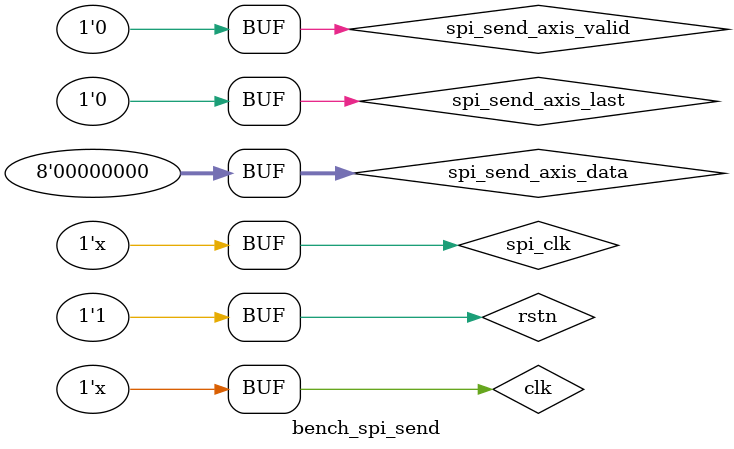
<source format=v>
`timescale 1ns / 100ps

module bench_spi_send ();
    GSR GSR (.GSRI(1'b1));

    reg clk = 0;
    always #36 clk = ~clk;

    reg spi_clk = 0;
    always #851 spi_clk = ~spi_clk;

    reg          rstn = 0;

    reg          spi_send_axis_valid;
    wire         spi_send_axis_ready;
    reg  [7 : 0] spi_send_axis_data;
    reg          spi_send_axis_last;

    spi_send spi_send_inst (
        .axi_aresetn(rstn),
        .axi_aclk   (clk),

        // SPI
        .spi_clk (spi_clk),
        .spi_miso(),
        .spi_cs  (1),

        // AXI4-Stream
        .axis_rvalid(spi_send_axis_valid),
        .axis_rready(spi_send_axis_ready),
        .axis_rdata (spi_send_axis_data),
        .axis_rlast (spi_send_axis_last)
    );

    initial begin
        spi_send_axis_valid = 0;
        spi_send_axis_data  = 8'b0;
        spi_send_axis_last  = 0;

        #720 rstn = 1;

        #720 spi_send_axis_valid = 1;
        if (spi_send_axis_ready) spi_send_axis_data = 8'h5a;
        spi_send_axis_last = 1;

        #72 spi_send_axis_valid = 0;
        spi_send_axis_data = 8'b0;
        spi_send_axis_last = 0;
    end

endmodule

</source>
